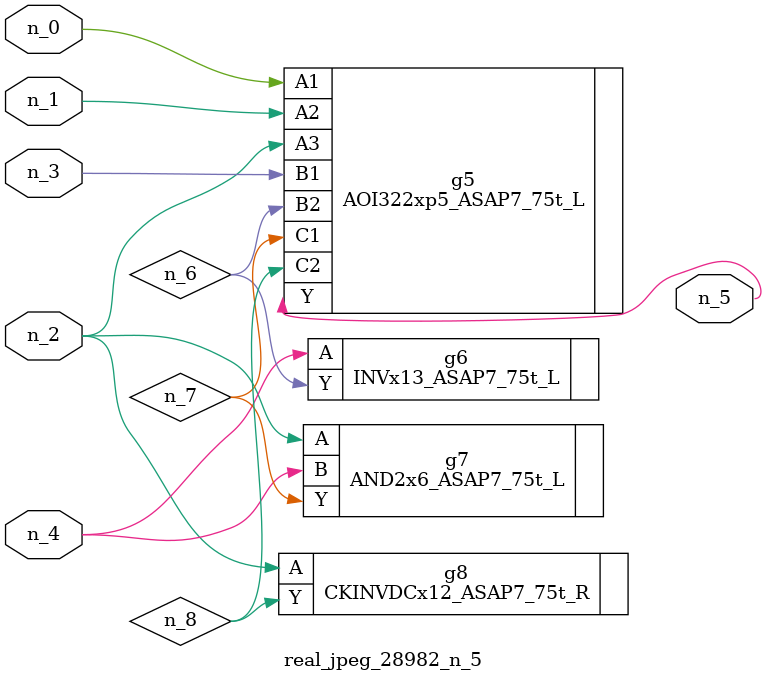
<source format=v>
module real_jpeg_28982_n_5 (n_4, n_0, n_1, n_2, n_3, n_5);

input n_4;
input n_0;
input n_1;
input n_2;
input n_3;

output n_5;

wire n_8;
wire n_6;
wire n_7;

AOI322xp5_ASAP7_75t_L g5 ( 
.A1(n_0),
.A2(n_1),
.A3(n_2),
.B1(n_3),
.B2(n_6),
.C1(n_7),
.C2(n_8),
.Y(n_5)
);

AND2x6_ASAP7_75t_L g7 ( 
.A(n_2),
.B(n_4),
.Y(n_7)
);

CKINVDCx12_ASAP7_75t_R g8 ( 
.A(n_2),
.Y(n_8)
);

INVx13_ASAP7_75t_L g6 ( 
.A(n_4),
.Y(n_6)
);


endmodule
</source>
